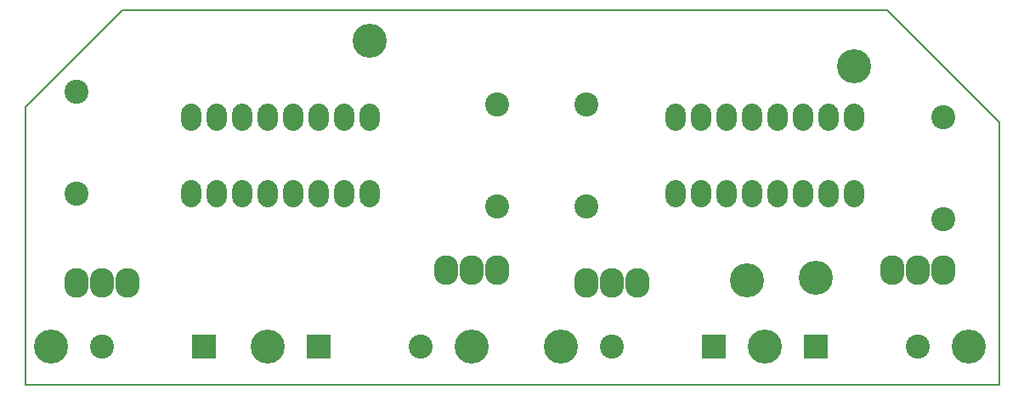
<source format=gbr>
G04 #@! TF.FileFunction,Soldermask,Top*
%FSLAX46Y46*%
G04 Gerber Fmt 4.6, Leading zero omitted, Abs format (unit mm)*
G04 Created by KiCad (PCBNEW 4.0.1-stable) date 2016-05-02 8:22:51 PM*
%MOMM*%
G01*
G04 APERTURE LIST*
%ADD10C,0.100000*%
%ADD11C,0.150000*%
%ADD12C,2.398980*%
%ADD13R,2.398980X2.398980*%
%ADD14O,2.432000X2.940000*%
%ADD15O,2.000000X2.700000*%
%ADD16C,3.400000*%
G04 APERTURE END LIST*
D10*
D11*
X202184000Y-92710000D02*
X202184000Y-93472000D01*
X202184000Y-94234000D02*
X202184000Y-92710000D01*
X105156000Y-94234000D02*
X202184000Y-94234000D01*
X202184000Y-68072000D02*
X202184000Y-92964000D01*
X191008000Y-56896000D02*
X202184000Y-68072000D01*
X187706000Y-56896000D02*
X191008000Y-56896000D01*
X185420000Y-56896000D02*
X187706000Y-56896000D01*
X114808000Y-56896000D02*
X185420000Y-56896000D01*
X113792000Y-57912000D02*
X114808000Y-56896000D01*
X113284000Y-58420000D02*
X113792000Y-57912000D01*
X112014000Y-59690000D02*
X113284000Y-58420000D01*
X105156000Y-66548000D02*
X112014000Y-59690000D01*
X105156000Y-94234000D02*
X105156000Y-66548000D01*
D12*
X194056000Y-90421460D03*
D13*
X183896000Y-90421460D03*
D12*
X163576000Y-90426540D03*
D13*
X173736000Y-90426540D03*
D12*
X144526000Y-90421460D03*
D13*
X134366000Y-90421460D03*
D12*
X112776000Y-90426540D03*
D13*
X122936000Y-90426540D03*
D14*
X194056000Y-82804000D03*
X191516000Y-82804000D03*
X196596000Y-82804000D03*
X163576000Y-84074000D03*
X166116000Y-84074000D03*
X161036000Y-84074000D03*
X149606000Y-82804000D03*
X147066000Y-82804000D03*
X152146000Y-82804000D03*
X112776000Y-84074000D03*
X115316000Y-84074000D03*
X110236000Y-84074000D03*
D12*
X196596000Y-77724000D03*
X196596000Y-67564000D03*
X161036000Y-76454000D03*
X161036000Y-66294000D03*
X152146000Y-76454000D03*
X152146000Y-66294000D03*
X110236000Y-75184000D03*
X110236000Y-65024000D03*
D15*
X121666000Y-75184000D03*
X124206000Y-75184000D03*
X126746000Y-75184000D03*
X129286000Y-75184000D03*
X131826000Y-75184000D03*
X134366000Y-75184000D03*
X136906000Y-75184000D03*
X139446000Y-75184000D03*
X139446000Y-67564000D03*
X136906000Y-67564000D03*
X134366000Y-67564000D03*
X131826000Y-67564000D03*
X129286000Y-67564000D03*
X126746000Y-67564000D03*
X124206000Y-67564000D03*
X121666000Y-67564000D03*
X187706000Y-67564000D03*
X185166000Y-67564000D03*
X182626000Y-67564000D03*
X180086000Y-67564000D03*
X177546000Y-67564000D03*
X175006000Y-67564000D03*
X172466000Y-67564000D03*
X169926000Y-67564000D03*
X169926000Y-75184000D03*
X172466000Y-75184000D03*
X175006000Y-75184000D03*
X177546000Y-75184000D03*
X180086000Y-75184000D03*
X182626000Y-75184000D03*
X185166000Y-75184000D03*
X187706000Y-75184000D03*
D16*
X139446000Y-59944000D03*
X187706000Y-62484000D03*
X199136000Y-90424000D03*
X178816000Y-90424000D03*
X158496000Y-90424000D03*
X149606000Y-90424000D03*
X129286000Y-90424000D03*
X107696000Y-90424000D03*
X177038000Y-83820000D03*
X183896000Y-83566000D03*
M02*

</source>
